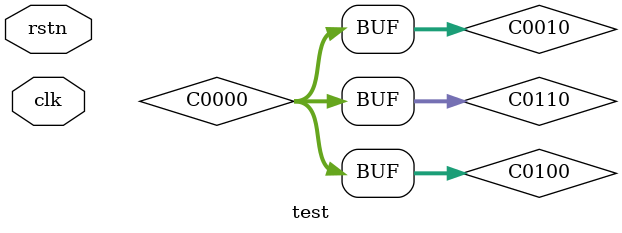
<source format=v>
module test(
clk,
rstn
);
input clk;
input rstn;
//laye 0
wire P0000,P0010,P0020,P0100,P0110,P0120,P0200,P0210,P0220;// 0:layer id , 1:x, 2:y, 3:c
wire P0001,P0011,P0021,P0101,P0111,P0121,P0201,P0211,P0221;
wire P0002,P0012,P0022,P0102,P0112,P0122,P0202,P0212,P0222;
//layer1
wire P1000;

wire W00000,W00010,W00020,W00100,W00110,W00120,W00200,W00210,W00220;
wire W00001,W00011,W00021,W00101,W00111,W00121,W00201,W00211,W00221;
wire W00002,W00012,W00022,W00102,W00112,W00122,W00202,W00212,W00222;
//0:layer id 1:weight kernal(out) 2:x  3:y  4:c(in)
(*DONT_TOUCH="true"*) wire signed [3:0]c00000,c01000,c02000;//0:layer id 1:seg number(in) 2:x  3:y  4:c(out)
reg signed [5:0]C0000,C0010,C0100,C0110;//0:layer id 1:x 2:y 3:c //6bit
wire A0000,A0010,A0100,A0110;// 0:layer id 1:x 2:y 3:c


DFF_save_fm DFF_P0(.clk(clk),.rstn(rstn),.reset_value(0),.q(P0000));
DFF_save_fm DFF_P1(.clk(clk),.rstn(rstn),.reset_value(1),.q(P0010));
DFF_save_fm DFF_P2(.clk(clk),.rstn(rstn),.reset_value(1),.q(P0020));
DFF_save_fm DFF_P3(.clk(clk),.rstn(rstn),.reset_value(0),.q(P0100));
DFF_save_fm DFF_P4(.clk(clk),.rstn(rstn),.reset_value(0),.q(P0110));
DFF_save_fm DFF_P5(.clk(clk),.rstn(rstn),.reset_value(1),.q(P0120));
DFF_save_fm DFF_P6(.clk(clk),.rstn(rstn),.reset_value(1),.q(P0200));
DFF_save_fm DFF_P7(.clk(clk),.rstn(rstn),.reset_value(1),.q(P0210));
DFF_save_fm DFF_P8(.clk(clk),.rstn(rstn),.reset_value(1),.q(P0220));

DFF_save_fm DFF_P9(.clk(clk),.rstn(rstn),.reset_value(1),.q(P0001));
DFF_save_fm DFF_P10(.clk(clk),.rstn(rstn),.reset_value(1),.q(P0011));
DFF_save_fm DFF_P11(.clk(clk),.rstn(rstn),.reset_value(1),.q(P0021));
DFF_save_fm DFF_P12(.clk(clk),.rstn(rstn),.reset_value(0),.q(P0101));
DFF_save_fm DFF_P13(.clk(clk),.rstn(rstn),.reset_value(0),.q(P0111));
DFF_save_fm DFF_P14(.clk(clk),.rstn(rstn),.reset_value(0),.q(P0121));
DFF_save_fm DFF_P15(.clk(clk),.rstn(rstn),.reset_value(1),.q(P0201));
DFF_save_fm DFF_P16(.clk(clk),.rstn(rstn),.reset_value(0),.q(P0211));
DFF_save_fm DFF_P17(.clk(clk),.rstn(rstn),.reset_value(0),.q(P0221));

DFF_save_fm DFF_P18(.clk(clk),.rstn(rstn),.reset_value(1),.q(P0002));
DFF_save_fm DFF_P19(.clk(clk),.rstn(rstn),.reset_value(1),.q(P0012));
DFF_save_fm DFF_P20(.clk(clk),.rstn(rstn),.reset_value(1),.q(P0022));
DFF_save_fm DFF_P21(.clk(clk),.rstn(rstn),.reset_value(0),.q(P0102));
DFF_save_fm DFF_P22(.clk(clk),.rstn(rstn),.reset_value(0),.q(P0112));
DFF_save_fm DFF_P23(.clk(clk),.rstn(rstn),.reset_value(0),.q(P0122));
DFF_save_fm DFF_P24(.clk(clk),.rstn(rstn),.reset_value(0),.q(P0202));
DFF_save_fm DFF_P25(.clk(clk),.rstn(rstn),.reset_value(0),.q(P0212));
DFF_save_fm DFF_P26(.clk(clk),.rstn(rstn),.reset_value(1),.q(P0222));


DFF_save_fm DFF_W0(.clk(clk),.rstn(rstn),.reset_value(0),.q(W00000));
DFF_save_fm DFF_W1(.clk(clk),.rstn(rstn),.reset_value(1),.q(W00010));
DFF_save_fm DFF_W2(.clk(clk),.rstn(rstn),.reset_value(1),.q(W00020));
DFF_save_fm DFF_W3(.clk(clk),.rstn(rstn),.reset_value(0),.q(W00100));
DFF_save_fm DFF_W4(.clk(clk),.rstn(rstn),.reset_value(0),.q(W00110));
DFF_save_fm DFF_W5(.clk(clk),.rstn(rstn),.reset_value(1),.q(W00120));
DFF_save_fm DFF_W6(.clk(clk),.rstn(rstn),.reset_value(1),.q(W00200));
DFF_save_fm DFF_W7(.clk(clk),.rstn(rstn),.reset_value(1),.q(W00210));
DFF_save_fm DFF_W8(.clk(clk),.rstn(rstn),.reset_value(1),.q(W00220));

DFF_save_fm DFF_W9(.clk(clk),.rstn(rstn),.reset_value(1),.q(W00001));
DFF_save_fm DFF_W10(.clk(clk),.rstn(rstn),.reset_value(1),.q(W00011));
DFF_save_fm DFF_W11(.clk(clk),.rstn(rstn),.reset_value(1),.q(W00021));
DFF_save_fm DFF_W12(.clk(clk),.rstn(rstn),.reset_value(0),.q(W00101));
DFF_save_fm DFF_W13(.clk(clk),.rstn(rstn),.reset_value(0),.q(W00111));
DFF_save_fm DFF_W14(.clk(clk),.rstn(rstn),.reset_value(0),.q(W00121));
DFF_save_fm DFF_W15(.clk(clk),.rstn(rstn),.reset_value(1),.q(W00201));
DFF_save_fm DFF_W16(.clk(clk),.rstn(rstn),.reset_value(0),.q(W00211));
DFF_save_fm DFF_W17(.clk(clk),.rstn(rstn),.reset_value(0),.q(W00221));

DFF_save_fm DFF_W18(.clk(clk),.rstn(rstn),.reset_value(1),.q(W00002));
DFF_save_fm DFF_W19(.clk(clk),.rstn(rstn),.reset_value(1),.q(W00012));
DFF_save_fm DFF_W20(.clk(clk),.rstn(rstn),.reset_value(1),.q(W00022));
DFF_save_fm DFF_W21(.clk(clk),.rstn(rstn),.reset_value(0),.q(W00102));
DFF_save_fm DFF_W22(.clk(clk),.rstn(rstn),.reset_value(0),.q(W00112));
DFF_save_fm DFF_W23(.clk(clk),.rstn(rstn),.reset_value(0),.q(W00122));
DFF_save_fm DFF_W24(.clk(clk),.rstn(rstn),.reset_value(0),.q(W00202));
DFF_save_fm DFF_W25(.clk(clk),.rstn(rstn),.reset_value(0),.q(W00212));
DFF_save_fm DFF_W26(.clk(clk),.rstn(rstn),.reset_value(1),.q(W00222));

ninexnine_unit ninexnine_unit_0(
                .clk(clk),
                .rstn(rstn),
				.a0(P0000),	
				.a1(P0010),
				.a2(P0020),
				.a3(P0100),
				.a4(P0110),
				.a5(P0120),
				.a6(P0200),
				.a7(P0210),
				.a8(P0220),
				.b0(W00000),
				.b1(W00010),
				.b2(W00020),
				.b3(W00100),
				.b4(W00110),
				.b5(W00120),
				.b6(W00200),
				.b7(W00210),
				.b8(W00220),
				.c(c00000)
);


ninexnine_unit ninexnine_unit_1(
                .clk(clk),
                .rstn(rstn),
				.a0(P0001),	
				.a1(P0011),
				.a2(P0021),
				.a3(P0101),
				.a4(P0111),
				.a5(P0121),
				.a6(P0201),
				.a7(P0211),
				.a8(P0221),
				.b0(W00001),
				.b1(W00011),
				.b2(W00021),
				.b3(W00101),
				.b4(W00111),
				.b5(W00121),
				.b6(W00201),
				.b7(W00211),
				.b8(W00221),
				.c(c01000)
);

ninexnine_unit ninexnine_unit_2(
                .clk(clk),
                .rstn(rstn),
				.a0(P0002),	
				.a1(P0012),
				.a2(P0022),
				.a3(P0102),
				.a4(P0112),
				.a5(P0122),
				.a6(P0202),
				.a7(P0212),
				.a8(P0222),
				.b0(W00002),
				.b1(W00012),
				.b2(W00022),
				.b3(W00102),
				.b4(W00112),
				.b5(W00122),
				.b6(W00202),
				.b7(W00212),
				.b8(W00222),
				.c(c02000)
				
);

always@(posedge clk)  C0000<=c00000+c01000+c02000;//6 bit
assign C0100=C0000;
assign C0010=C0000;
assign C0110=C0000;

assign A0000=(C0000>=0)?1:0;
assign A0100=(C0100>=0)?1:0;
assign A0010=(C0010>=0)?1:0;
assign A0110=(C0110>=0)?1:0;
maxpool maxpool_0(
                .clk(clk),
                .rstn(rstn),
				.a0(A0000),
				.a1(A0100),
				.a2(A0010),
				.a3(A0110),
				.p(P1000)
				
				
);

endmodule
</source>
